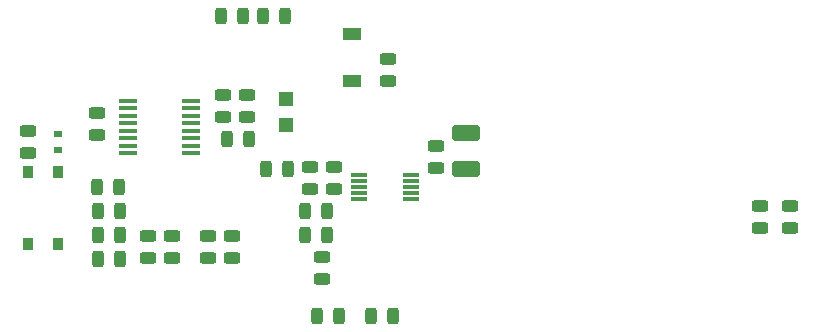
<source format=gbr>
%TF.GenerationSoftware,KiCad,Pcbnew,6.0.4-6f826c9f35~116~ubuntu20.04.1*%
%TF.CreationDate,2022-08-16T16:27:46+00:00*%
%TF.ProjectId,VCAI2C02A,56434149-3243-4303-9241-2e6b69636164,rev?*%
%TF.SameCoordinates,Original*%
%TF.FileFunction,Paste,Bot*%
%TF.FilePolarity,Positive*%
%FSLAX46Y46*%
G04 Gerber Fmt 4.6, Leading zero omitted, Abs format (unit mm)*
G04 Created by KiCad (PCBNEW 6.0.4-6f826c9f35~116~ubuntu20.04.1) date 2022-08-16 16:27:46*
%MOMM*%
%LPD*%
G01*
G04 APERTURE LIST*
G04 Aperture macros list*
%AMRoundRect*
0 Rectangle with rounded corners*
0 $1 Rounding radius*
0 $2 $3 $4 $5 $6 $7 $8 $9 X,Y pos of 4 corners*
0 Add a 4 corners polygon primitive as box body*
4,1,4,$2,$3,$4,$5,$6,$7,$8,$9,$2,$3,0*
0 Add four circle primitives for the rounded corners*
1,1,$1+$1,$2,$3*
1,1,$1+$1,$4,$5*
1,1,$1+$1,$6,$7*
1,1,$1+$1,$8,$9*
0 Add four rect primitives between the rounded corners*
20,1,$1+$1,$2,$3,$4,$5,0*
20,1,$1+$1,$4,$5,$6,$7,0*
20,1,$1+$1,$6,$7,$8,$9,0*
20,1,$1+$1,$8,$9,$2,$3,0*%
G04 Aperture macros list end*
%ADD10R,1.250000X1.250000*%
%ADD11R,0.900000X1.000000*%
%ADD12R,1.600000X0.410000*%
%ADD13R,1.400000X0.300000*%
%ADD14RoundRect,0.250000X0.925000X-0.412500X0.925000X0.412500X-0.925000X0.412500X-0.925000X-0.412500X0*%
%ADD15RoundRect,0.243750X-0.456250X0.243750X-0.456250X-0.243750X0.456250X-0.243750X0.456250X0.243750X0*%
%ADD16RoundRect,0.243750X0.456250X-0.243750X0.456250X0.243750X-0.456250X0.243750X-0.456250X-0.243750X0*%
%ADD17R,1.500000X1.050000*%
%ADD18R,0.700000X0.600000*%
%ADD19RoundRect,0.243750X0.243750X0.456250X-0.243750X0.456250X-0.243750X-0.456250X0.243750X-0.456250X0*%
%ADD20RoundRect,0.243750X-0.243750X-0.456250X0.243750X-0.456250X0.243750X0.456250X-0.243750X0.456250X0*%
G04 APERTURE END LIST*
D10*
%TO.C,L1*%
X19558000Y-3218000D03*
X19558000Y-5418000D03*
%TD*%
D11*
%TO.C,D3*%
X254000Y-9406000D03*
X-2286000Y-9406000D03*
X-2286000Y-15486000D03*
X254000Y-15486000D03*
%TD*%
D12*
%TO.C,U1*%
X6235700Y-3365500D03*
X6235700Y-4000500D03*
X6235700Y-4635500D03*
X6235700Y-5270500D03*
X6235700Y-5905500D03*
X6235700Y-6540500D03*
X6235700Y-7175500D03*
X6235700Y-7810500D03*
X11544300Y-7810500D03*
X11544300Y-7175500D03*
X11544300Y-6540500D03*
X11544300Y-5905500D03*
X11544300Y-5270500D03*
X11544300Y-4635500D03*
X11544300Y-4000500D03*
X11544300Y-3365500D03*
%TD*%
D13*
%TO.C,U2*%
X25740000Y-11668000D03*
X25740000Y-11168000D03*
X25740000Y-10668000D03*
X25740000Y-10168000D03*
X25740000Y-9668000D03*
X30140000Y-9668000D03*
X30140000Y-10168000D03*
X30140000Y-10668000D03*
X30140000Y-11168000D03*
X30140000Y-11668000D03*
%TD*%
D14*
%TO.C,C11*%
X34798000Y-9157500D03*
X34798000Y-6082500D03*
%TD*%
D15*
%TO.C,R1*%
X14986000Y-16685500D03*
X14986000Y-14810500D03*
%TD*%
D16*
%TO.C,R2*%
X7874000Y-16685500D03*
X7874000Y-14810500D03*
%TD*%
D15*
%TO.C,R7*%
X12954000Y-16685500D03*
X12954000Y-14810500D03*
%TD*%
D16*
%TO.C,R8*%
X9906000Y-16685500D03*
X9906000Y-14810500D03*
%TD*%
D17*
%TO.C,D2*%
X25146000Y-1746000D03*
X25146000Y2254000D03*
%TD*%
D18*
%TO.C,D1*%
X254000Y-7558000D03*
X254000Y-6158000D03*
%TD*%
D16*
%TO.C,C3*%
X3556000Y-4396500D03*
X3556000Y-6271500D03*
%TD*%
D15*
%TO.C,C4*%
X14224000Y-4747500D03*
X14224000Y-2872500D03*
%TD*%
%TO.C,C5*%
X16256000Y-2872500D03*
X16256000Y-4747500D03*
%TD*%
D19*
%TO.C,C6*%
X14556500Y-6604000D03*
X16431500Y-6604000D03*
%TD*%
%TO.C,C7*%
X23035500Y-14732000D03*
X21160500Y-14732000D03*
%TD*%
D15*
%TO.C,C8*%
X21590000Y-10843500D03*
X21590000Y-8968500D03*
%TD*%
D19*
%TO.C,C9*%
X28623500Y-21590000D03*
X26748500Y-21590000D03*
%TD*%
D16*
%TO.C,C10*%
X32258000Y-9065500D03*
X32258000Y-7190500D03*
%TD*%
D20*
%TO.C,R3*%
X5509500Y-16764000D03*
X3634500Y-16764000D03*
%TD*%
D19*
%TO.C,R4*%
X5459510Y-10675708D03*
X3584510Y-10675708D03*
%TD*%
D20*
%TO.C,R5*%
X5509500Y-14732000D03*
X3634500Y-14732000D03*
%TD*%
D19*
%TO.C,R6*%
X5509500Y-12700000D03*
X3634500Y-12700000D03*
%TD*%
%TO.C,R10*%
X14048500Y3810000D03*
X15923500Y3810000D03*
%TD*%
D15*
%TO.C,R11*%
X-2286000Y-5920500D03*
X-2286000Y-7795500D03*
%TD*%
D20*
%TO.C,R12*%
X17604500Y3810000D03*
X19479500Y3810000D03*
%TD*%
D16*
%TO.C,R13*%
X28194000Y-1699500D03*
X28194000Y175500D03*
%TD*%
D20*
%TO.C,R14*%
X22176500Y-21590000D03*
X24051500Y-21590000D03*
%TD*%
D15*
%TO.C,R15*%
X22606000Y-16588500D03*
X22606000Y-18463500D03*
%TD*%
D19*
%TO.C,R16*%
X17858500Y-9144000D03*
X19733500Y-9144000D03*
%TD*%
D20*
%TO.C,R17*%
X23035500Y-12700000D03*
X21160500Y-12700000D03*
%TD*%
D16*
%TO.C,R18*%
X23622000Y-8968500D03*
X23622000Y-10843500D03*
%TD*%
D15*
%TO.C,R22*%
X59690000Y-14145500D03*
X59690000Y-12270500D03*
%TD*%
%TO.C,R24*%
X62230000Y-12270500D03*
X62230000Y-14145500D03*
%TD*%
M02*

</source>
